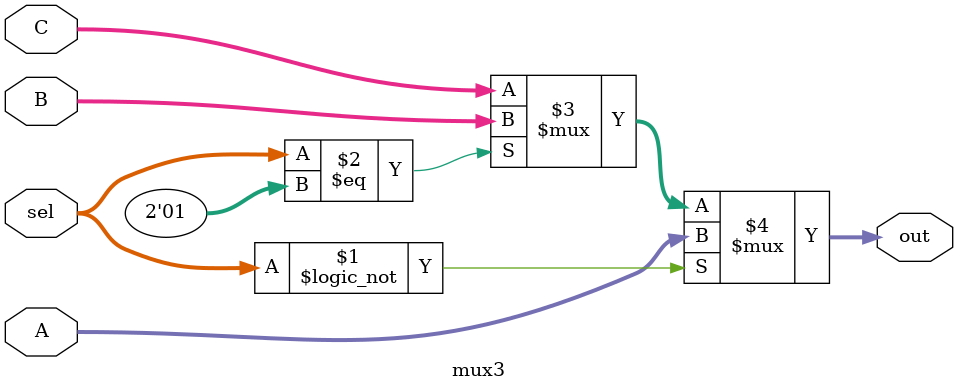
<source format=v>
module mux3(
    input [31:0] A,
    input [31:0] B,
    input [31:0] C,
    input [1:0] sel,
    output [31:0] out
);

assign out = (sel == 2'b00) ? A : ((sel == 2'b01) ? B : C);

endmodule
</source>
